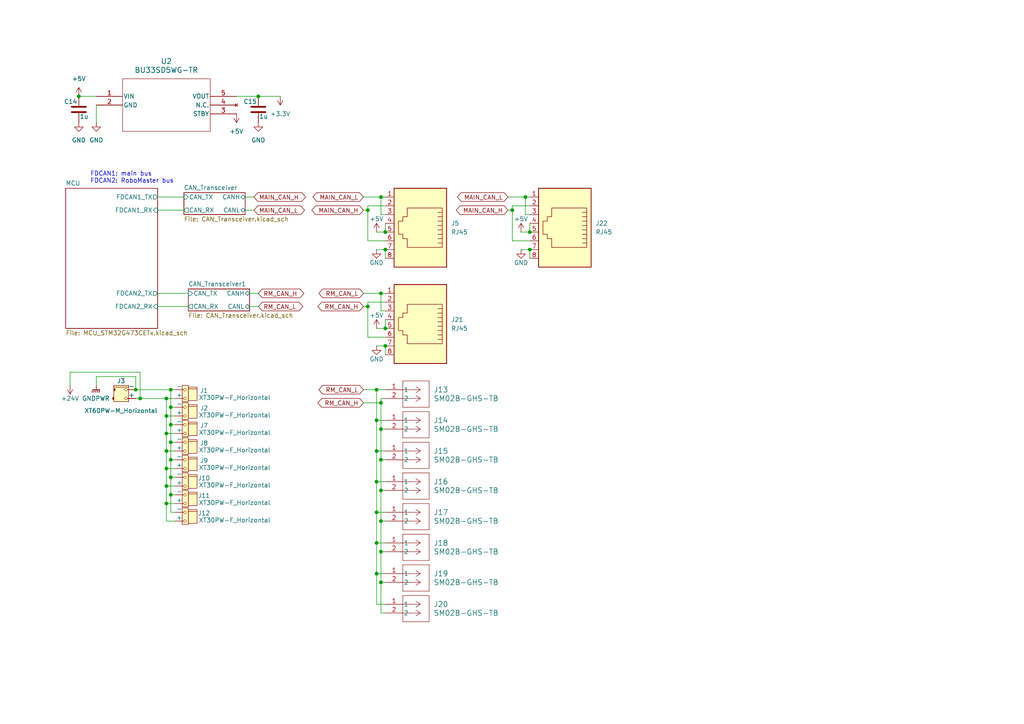
<source format=kicad_sch>
(kicad_sch (version 20250114) (generator "eeschema") (generator_version "9.0")
  (paper "A4")
  (lib_symbols
    (symbol "2025-09-24_17-07-21:BU33SD5WG-TR" (pin_names (offset 0.254))
      (property "Reference" "U" (at 20.32 10.16 0))
      (property "Value" "BU33SD5WG-TR" (at 20.32 7.62 0))
      (symbol "BU33SD5WG-TR_0_1"
        (polyline (pts (xy 7.62 5.08) (xy 7.62 -10.16)) (stroke (width 0.127)))
        (polyline (pts (xy 7.62 -10.16) (xy 33.02 -10.16)) (stroke (width 0.127)))
        (polyline (pts (xy 33.02 5.08) (xy 7.62 5.08)) (stroke (width 0.127)))
        (polyline (pts (xy 33.02 -10.16) (xy 33.02 5.08)) (stroke (width 0.127)))
        (pin unspecified line (at 0 0 0) (length 7.62) (name "VIN") (number "1"))
        (pin power_out line (at 0 -2.54 0) (length 7.62) (name "GND") (number "2"))
        (pin output line (at 40.64 0 180) (length 7.62) (name "VOUT") (number "5"))
        (pin no_connect line (at 40.64 -2.54 180) (length 7.62) (name "N.C.") (number "4"))
        (pin unspecified line (at 40.64 -5.08 180) (length 7.62) (name "STBY") (number "3"))
      )
    )
    (symbol "2025-09-24_17-23-00:SM02B-GHS-TB" (pin_names (offset 0.254))
      (property "Reference" "J" (at 8.89 6.35 0))
      (property "Value" "SM02B-GHS-TB" (at 0 0 0))
      (symbol "SM02B-GHS-TB_1_1"
        (polyline (pts (xy 5.08 2.54) (xy 5.08 -5.08)) (stroke (width 0.127)))
        (polyline (pts (xy 5.08 -5.08) (xy 12.7 -5.08)) (stroke (width 0.127)))
        (polyline (pts (xy 10.16 0) (xy 5.08 0)) (stroke (width 0.127)))
        (polyline (pts (xy 10.16 0) (xy 8.89 0.8467)) (stroke (width 0.127)))
        (polyline (pts (xy 10.16 0) (xy 8.89 -0.8467)) (stroke (width 0.127)))
        (polyline (pts (xy 10.16 -2.54) (xy 5.08 -2.54)) (stroke (width 0.127)))
        (polyline (pts (xy 10.16 -2.54) (xy 8.89 -1.6933)) (stroke (width 0.127)))
        (polyline (pts (xy 10.16 -2.54) (xy 8.89 -3.3867)) (stroke (width 0.127)))
        (polyline (pts (xy 12.7 2.54) (xy 5.08 2.54)) (stroke (width 0.127)))
        (polyline (pts (xy 12.7 -5.08) (xy 12.7 2.54)) (stroke (width 0.127)))
        (pin unspecified line (at 0 0 0) (length 5.08) (name "1") (number "1"))
        (pin unspecified line (at 0 -2.54 0) (length 5.08) (name "2") (number "2"))
      )
      (symbol "SM02B-GHS-TB_1_2"
        (polyline (pts (xy 5.08 2.54) (xy 5.08 -5.08)) (stroke (width 0.127)))
        (polyline (pts (xy 5.08 -5.08) (xy 12.7 -5.08)) (stroke (width 0.127)))
        (polyline (pts (xy 7.62 0) (xy 5.08 0)) (stroke (width 0.127)))
        (polyline (pts (xy 7.62 0) (xy 8.89 0.8467)) (stroke (width 0.127)))
        (polyline (pts (xy 7.62 0) (xy 8.89 -0.8467)) (stroke (width 0.127)))
        (polyline (pts (xy 7.62 -2.54) (xy 5.08 -2.54)) (stroke (width 0.127)))
        (polyline (pts (xy 7.62 -2.54) (xy 8.89 -1.6933)) (stroke (width 0.127)))
        (polyline (pts (xy 7.62 -2.54) (xy 8.89 -3.3867)) (stroke (width 0.127)))
        (polyline (pts (xy 12.7 2.54) (xy 5.08 2.54)) (stroke (width 0.127)))
        (polyline (pts (xy 12.7 -5.08) (xy 12.7 2.54)) (stroke (width 0.127)))
        (pin unspecified line (at 0 0 0) (length 5.08) (name "1") (number "1"))
        (pin unspecified line (at 0 -2.54 0) (length 5.08) (name "2") (number "2"))
      )
    )
    (symbol "Connector:RJ45" (pin_names (offset 1.016))
      (property "Reference" "J" (at -5.08 13.97 0))
      (property "Value" "RJ45" (at 2.54 13.97 0))
      (symbol "RJ45_0_1"
        (polyline (pts (xy -6.35 1.905) (xy -5.08 1.905) (xy -5.08 1.905)))
        (polyline (pts (xy -6.35 0.635) (xy -5.08 0.635) (xy -5.08 0.635)))
        (polyline (pts (xy -6.35 -0.635) (xy -5.08 -0.635) (xy -5.08 -0.635)))
        (polyline (pts (xy -6.35 -1.905) (xy -5.08 -1.905) (xy -5.08 -1.905)))
        (polyline (pts (xy -6.35 -3.175) (xy -5.08 -3.175) (xy -5.08 -3.175)))
        (polyline (pts (xy -6.35 -4.445) (xy -6.35 6.985) (xy 3.81 6.985) (xy 3.81 4.445) (xy 5.08 4.445) (xy 5.08 3.175) (xy 6.35 3.175) (xy 6.35 -0.635) (xy 5.08 -0.635) (xy 5.08 -1.905) (xy 3.81 -1.905) (xy 3.81 -4.445) (xy -6.35 -4.445) (xy -6.35 -4.445)))
        (polyline (pts (xy -5.08 5.715) (xy -6.35 5.715)))
        (polyline (pts (xy -5.08 4.445) (xy -6.35 4.445)))
        (polyline (pts (xy -5.08 3.175) (xy -6.35 3.175) (xy -6.35 3.175)))
        (rectangle (start 7.62 12.7) (end -7.62 -10.16) (stroke (width 0.254)) (fill (type background)))
      )
      (symbol "RJ45_1_1"
        (pin passive line (at 10.16 10.16 180) (length 2.54) (name "~") (number "8"))
        (pin passive line (at 10.16 7.62 180) (length 2.54) (name "~") (number "7"))
        (pin passive line (at 10.16 5.08 180) (length 2.54) (name "~") (number "6"))
        (pin passive line (at 10.16 2.54 180) (length 2.54) (name "~") (number "5"))
        (pin passive line (at 10.16 0 180) (length 2.54) (name "~") (number "4"))
        (pin passive line (at 10.16 -2.54 180) (length 2.54) (name "~") (number "3"))
        (pin passive line (at 10.16 -5.08 180) (length 2.54) (name "~") (number "2"))
        (pin passive line (at 10.16 -7.62 180) (length 2.54) (name "~") (number "1"))
      )
    )
    (symbol "Device:C" (pin_numbers (hide yes)) (pin_names (offset 0.254))
      (property "Reference" "C" (at 0.635 2.54 0))
      (property "Value" "C" (at 0.635 -2.54 0))
      (symbol "C_0_1"
        (polyline (pts (xy -2.032 0.762) (xy 2.032 0.762)) (stroke (width 0.508)))
        (polyline (pts (xy -2.032 -0.762) (xy 2.032 -0.762)) (stroke (width 0.508)))
      )
      (symbol "C_1_1"
        (pin passive line (at 0 3.81 270) (length 2.794) (name "~") (number "1"))
        (pin passive line (at 0 -3.81 90) (length 2.794) (name "~") (number "2"))
      )
    )
    (symbol "XT30PW-F_Horizontal_1" (pin_numbers (hide yes)) (pin_names (offset 0))
      (property "Reference" "J" (at 0 3.302 0))
      (property "Value" "XT30PW-F_Horizontal" (at 0 -3.556 0))
      (symbol "XT30PW-F_Horizontal_1_1_1"
        (rectangle (start -1.778 2.2225) (end 0 -2.5399) (stroke (width 0.1524)) (fill (type background)))
        (circle (center -0.9652 1.27) (radius 0.381) (stroke (width 0.1016)))
        (circle (center -0.9652 -1.27) (radius 0.381) (stroke (width 0.1016)))
        (rectangle (start 0 1.905) (end 2.54 -2.032) (fill (type background)))
        (polyline (pts (xy 0 -1.524) (xy 2.54 -1.524)))
        (pin power_out line (at -3.81 1.27 0) (length 2.413) (name "+") (number "1"))
        (pin power_out line (at -3.81 -1.27 0) (length 2.413) (name "-") (number "1"))
      )
    )
    (symbol "XT30PW-F_Horizontal_2" (pin_numbers (hide yes)) (pin_names (offset 0))
      (property "Reference" "J" (at 0 3.302 0))
      (property "Value" "XT30PW-F_Horizontal" (at 0 -3.556 0))
      (symbol "XT30PW-F_Horizontal_2_1_1"
        (rectangle (start -1.778 2.2225) (end 0 -2.5399) (stroke (width 0.1524)) (fill (type background)))
        (circle (center -0.9652 1.27) (radius 0.381) (stroke (width 0.1016)))
        (circle (center -0.9652 -1.27) (radius 0.381) (stroke (width 0.1016)))
        (rectangle (start 0 1.905) (end 2.54 -2.032) (fill (type background)))
        (polyline (pts (xy 0 -1.524) (xy 2.54 -1.524)))
        (pin power_out line (at -3.81 1.27 0) (length 2.413) (name "+") (number "1"))
        (pin power_out line (at -3.81 -1.27 0) (length 2.413) (name "-") (number "1"))
      )
    )
    (symbol "XT30PW-F_Horizontal_3" (pin_numbers (hide yes)) (pin_names (offset 0))
      (property "Reference" "J" (at 0 3.302 0))
      (property "Value" "XT30PW-F_Horizontal" (at 0 -3.556 0))
      (symbol "XT30PW-F_Horizontal_3_1_1"
        (rectangle (start -1.778 2.2225) (end 0 -2.5399) (stroke (width 0.1524)) (fill (type background)))
        (circle (center -0.9652 1.27) (radius 0.381) (stroke (width 0.1016)))
        (circle (center -0.9652 -1.27) (radius 0.381) (stroke (width 0.1016)))
        (rectangle (start 0 1.905) (end 2.54 -2.032) (fill (type background)))
        (polyline (pts (xy 0 -1.524) (xy 2.54 -1.524)))
        (pin power_out line (at -3.81 1.27 0) (length 2.413) (name "+") (number "1"))
        (pin power_out line (at -3.81 -1.27 0) (length 2.413) (name "-") (number "1"))
      )
    )
    (symbol "XT30PW-F_Horizontal_4" (pin_numbers (hide yes)) (pin_names (offset 0))
      (property "Reference" "J" (at 0 3.302 0))
      (property "Value" "XT30PW-F_Horizontal" (at 0 -3.556 0))
      (symbol "XT30PW-F_Horizontal_4_1_1"
        (rectangle (start -1.778 2.2225) (end 0 -2.5399) (stroke (width 0.1524)) (fill (type background)))
        (circle (center -0.9652 1.27) (radius 0.381) (stroke (width 0.1016)))
        (circle (center -0.9652 -1.27) (radius 0.381) (stroke (width 0.1016)))
        (rectangle (start 0 1.905) (end 2.54 -2.032) (fill (type background)))
        (polyline (pts (xy 0 -1.524) (xy 2.54 -1.524)))
        (pin power_out line (at -3.81 1.27 0) (length 2.413) (name "+") (number "1"))
        (pin power_out line (at -3.81 -1.27 0) (length 2.413) (name "-") (number "1"))
      )
    )
    (symbol "XT30PW-F_Horizontal_5" (pin_numbers (hide yes)) (pin_names (offset 0))
      (property "Reference" "J" (at 0 3.302 0))
      (property "Value" "XT30PW-F_Horizontal" (at 0 -3.556 0))
      (symbol "XT30PW-F_Horizontal_5_1_1"
        (rectangle (start -1.778 2.2225) (end 0 -2.5399) (stroke (width 0.1524)) (fill (type background)))
        (circle (center -0.9652 1.27) (radius 0.381) (stroke (width 0.1016)))
        (circle (center -0.9652 -1.27) (radius 0.381) (stroke (width 0.1016)))
        (rectangle (start 0 1.905) (end 2.54 -2.032) (fill (type background)))
        (polyline (pts (xy 0 -1.524) (xy 2.54 -1.524)))
        (pin power_out line (at -3.81 1.27 0) (length 2.413) (name "+") (number "1"))
        (pin power_out line (at -3.81 -1.27 0) (length 2.413) (name "-") (number "1"))
      )
    )
    (symbol "XT30PW-F_Horizontal_6" (pin_numbers (hide yes)) (pin_names (offset 0))
      (property "Reference" "J" (at 0 3.302 0))
      (property "Value" "XT30PW-F_Horizontal" (at 0 -3.556 0))
      (symbol "XT30PW-F_Horizontal_6_1_1"
        (rectangle (start -1.778 2.2225) (end 0 -2.5399) (stroke (width 0.1524)) (fill (type background)))
        (circle (center -0.9652 1.27) (radius 0.381) (stroke (width 0.1016)))
        (circle (center -0.9652 -1.27) (radius 0.381) (stroke (width 0.1016)))
        (rectangle (start 0 1.905) (end 2.54 -2.032) (fill (type background)))
        (polyline (pts (xy 0 -1.524) (xy 2.54 -1.524)))
        (pin power_out line (at -3.81 1.27 0) (length 2.413) (name "+") (number "1"))
        (pin power_out line (at -3.81 -1.27 0) (length 2.413) (name "-") (number "1"))
      )
    )
    (symbol "XT30PW-F_Horizontal_7" (pin_numbers (hide yes)) (pin_names (offset 0))
      (property "Reference" "J" (at 0 3.302 0))
      (property "Value" "XT30PW-F_Horizontal" (at 0 -3.556 0))
      (symbol "XT30PW-F_Horizontal_7_1_1"
        (rectangle (start -1.778 2.2225) (end 0 -2.5399) (stroke (width 0.1524)) (fill (type background)))
        (circle (center -0.9652 1.27) (radius 0.381) (stroke (width 0.1016)))
        (circle (center -0.9652 -1.27) (radius 0.381) (stroke (width 0.1016)))
        (rectangle (start 0 1.905) (end 2.54 -2.032) (fill (type background)))
        (polyline (pts (xy 0 -1.524) (xy 2.54 -1.524)))
        (pin power_out line (at -3.81 1.27 0) (length 2.413) (name "+") (number "1"))
        (pin power_out line (at -3.81 -1.27 0) (length 2.413) (name "-") (number "1"))
      )
    )
    (symbol "XT30PW-F_Horizontal_8" (pin_numbers (hide yes)) (pin_names (offset 0))
      (property "Reference" "J" (at 0 3.302 0))
      (property "Value" "XT30PW-F_Horizontal" (at 0 -3.556 0))
      (symbol "XT30PW-F_Horizontal_8_1_1"
        (rectangle (start -1.778 2.2225) (end 0 -2.5399) (stroke (width 0.1524)) (fill (type background)))
        (circle (center -0.9652 1.27) (radius 0.381) (stroke (width 0.1016)))
        (circle (center -0.9652 -1.27) (radius 0.381) (stroke (width 0.1016)))
        (rectangle (start 0 1.905) (end 2.54 -2.032) (fill (type background)))
        (polyline (pts (xy 0 -1.524) (xy 2.54 -1.524)))
        (pin power_out line (at -3.81 1.27 0) (length 2.413) (name "+") (number "1"))
        (pin power_out line (at -3.81 -1.27 0) (length 2.413) (name "-") (number "1"))
      )
    )
    (symbol "XT60PW-M_Horizontal_1" (pin_numbers (hide yes)) (pin_names (offset 0))
      (property "Reference" "J" (at 0 3.556 0))
      (property "Value" "XT60PW-M_Horizontal" (at 0 -3.81 0))
      (symbol "XT60PW-M_Horizontal_1_0_1"
        (polyline (pts (xy -1.778 -2.032) (xy 2.54 -2.032)))
      )
      (symbol "XT60PW-M_Horizontal_1_1_1"
        (rectangle (start -1.778 2.2225) (end 2.54 -2.5399) (stroke (width 0.1524)) (fill (type background)))
        (circle (center -0.9652 1.27) (radius 0.381) (stroke (width 0.1016)))
        (circle (center -0.9652 -1.27) (radius 0.381) (stroke (width 0.1016)))
        (arc (start 2.54 1.651) (mid 2.921 1.27) (end 2.54 0.889) (fill (type outline)))
        (arc (start 2.54 -0.889) (mid 2.54 -0.889) (end 2.54 -1.651) (fill (type outline)))
        (pin power_out line (at -3.81 1.27 0) (length 2.413) (name "+") (number "1"))
        (pin power_out line (at -3.81 -1.27 0) (length 2.413) (name "-") (number "2"))
      )
    )
    (symbol "power:+24V" (power) (pin_numbers (hide yes)) (pin_names (offset 0) (hide yes))
      (property "Value" "+24V" (at 0 3.556 0))
      (symbol "+24V_0_1"
        (polyline (pts (xy -0.762 1.27) (xy 0 2.54)))
        (polyline (pts (xy 0 2.54) (xy 0.762 1.27)))
        (polyline (pts (xy 0 0) (xy 0 2.54)))
      )
      (symbol "+24V_1_1"
        (pin power_in line (at 0 0 90) (length 0) (name "~") (number "1"))
      )
    )
    (symbol "power:+3.3V" (power) (pin_numbers (hide yes)) (pin_names (offset 0) (hide yes))
      (property "Value" "+3.3V" (at 0 3.556 0))
      (symbol "+3.3V_0_1"
        (polyline (pts (xy -0.762 1.27) (xy 0 2.54)))
        (polyline (pts (xy 0 2.54) (xy 0.762 1.27)))
        (polyline (pts (xy 0 0) (xy 0 2.54)))
      )
      (symbol "+3.3V_1_1"
        (pin power_in line (at 0 0 90) (length 0) (name "~") (number "1"))
      )
    )
    (symbol "power:+5V" (power) (pin_numbers (hide yes)) (pin_names (offset 0) (hide yes))
      (property "Value" "+5V" (at 0 3.556 0))
      (symbol "+5V_0_1"
        (polyline (pts (xy -0.762 1.27) (xy 0 2.54)))
        (polyline (pts (xy 0 2.54) (xy 0.762 1.27)))
        (polyline (pts (xy 0 0) (xy 0 2.54)))
      )
      (symbol "+5V_1_1"
        (pin power_in line (at 0 0 90) (length 0) (name "~") (number "1"))
      )
    )
    (symbol "power:GND" (power) (pin_numbers (hide yes)) (pin_names (offset 0) (hide yes))
      (property "Value" "GND" (at 0 -3.81 0))
      (symbol "GND_0_1"
        (polyline (pts (xy 0 0) (xy 0 -1.27) (xy 1.27 -1.27) (xy 0 -2.54) (xy -1.27 -1.27) (xy 0 -1.27)))
      )
      (symbol "GND_1_1"
        (pin power_in line (at 0 0 270) (length 0) (name "~") (number "1"))
      )
    )
    (symbol "power:GNDPWR" (power) (pin_numbers (hide yes)) (pin_names (offset 0) (hide yes))
      (property "Value" "GNDPWR" (at 0 -3.302 0))
      (symbol "GNDPWR_0_1"
        (polyline (pts (xy -1.016 -1.27) (xy -1.27 -2.032) (xy -1.27 -2.032)) (stroke (width 0.2032)))
        (polyline (pts (xy -0.508 -1.27) (xy -0.762 -2.032) (xy -0.762 -2.032)) (stroke (width 0.2032)))
        (polyline (pts (xy 0 -1.27) (xy 0 0)))
        (polyline (pts (xy 0 -1.27) (xy -0.254 -2.032) (xy -0.254 -2.032)) (stroke (width 0.2032)))
        (polyline (pts (xy 0.508 -1.27) (xy 0.254 -2.032) (xy 0.254 -2.032)) (stroke (width 0.2032)))
        (polyline (pts (xy 1.016 -1.27) (xy -1.016 -1.27) (xy -1.016 -1.27)) (stroke (width 0.2032)))
        (polyline (pts (xy 1.016 -1.27) (xy 0.762 -2.032) (xy 0.762 -2.032) (xy 0.762 -2.032)) (stroke (width 0.2032)))
      )
      (symbol "GNDPWR_1_1"
        (pin power_in line (at 0 0 270) (length 0) (name "~") (number "1"))
      )
    )
  )
  (text "FDCAN1: main bus\nFDCAN2: RoboMaster bus" (at 26.162 49.784 0) (effects (font (size 1.27 1.27)) (justify left top)))
  (junction (at 39.37 113.03))
  (junction (at 48.26 146.05))
  (junction (at 48.26 130.81))
  (junction (at 109.22 130.81))
  (junction (at 153.67 67.31))
  (junction (at 153.67 72.39))
  (junction (at 49.53 128.27))
  (junction (at 48.26 135.89))
  (junction (at 49.53 113.03))
  (junction (at 49.53 143.51))
  (junction (at 109.22 113.03))
  (junction (at 40.64 115.57))
  (junction (at 106.68 60.96))
  (junction (at 48.26 115.57))
  (junction (at 48.26 125.73))
  (junction (at 109.22 148.59))
  (junction (at 49.53 123.19))
  (junction (at 110.49 85.09))
  (junction (at 49.53 133.35))
  (junction (at 110.49 142.24))
  (junction (at 148.59 60.96))
  (junction (at 109.22 121.92))
  (junction (at 49.53 118.11))
  (junction (at 109.22 166.37))
  (junction (at 110.49 151.13))
  (junction (at 49.53 138.43))
  (junction (at 106.68 88.9))
  (junction (at 109.22 139.7))
  (junction (at 109.22 157.48))
  (junction (at 110.49 116.84))
  (junction (at 111.76 67.31))
  (junction (at 110.49 160.02))
  (junction (at 110.49 168.91))
  (junction (at 48.26 120.65))
  (junction (at 110.49 133.35))
  (junction (at 22.86 27.94))
  (junction (at 111.76 95.25))
  (junction (at 48.26 140.97))
  (junction (at 110.49 57.15))
  (junction (at 111.76 72.39))
  (junction (at 74.93 27.94))
  (junction (at 111.76 100.33))
  (junction (at 110.49 124.46))
  (junction (at 152.4 57.15))
  (wire (pts (xy 71.12 60.96) (xy 73.66 60.96)))
  (wire (pts (xy 50.8 120.65) (xy 48.26 120.65)))
  (wire (pts (xy 109.22 139.7) (xy 109.22 148.59)))
  (wire (pts (xy 40.64 115.57) (xy 48.26 115.57)))
  (wire (pts (xy 110.49 133.35) (xy 110.49 142.24)))
  (wire (pts (xy 109.22 148.59) (xy 111.76 148.59)))
  (wire (pts (xy 110.49 90.17) (xy 111.76 90.17)))
  (wire (pts (xy 110.49 133.35) (xy 111.76 133.35)))
  (wire (pts (xy 109.22 130.81) (xy 111.76 130.81)))
  (wire (pts (xy 105.41 85.09) (xy 110.49 85.09)))
  (wire (pts (xy 110.49 151.13) (xy 110.49 160.02)))
  (wire (pts (xy 111.76 72.39) (xy 111.76 74.93)))
  (wire (pts (xy 105.41 116.84) (xy 110.49 116.84)))
  (wire (pts (xy 50.8 143.51) (xy 49.53 143.51)))
  (wire (pts (xy 110.49 151.13) (xy 111.76 151.13)))
  (wire (pts (xy 50.8 125.73) (xy 48.26 125.73)))
  (wire (pts (xy 110.49 116.84) (xy 110.49 124.46)))
  (wire (pts (xy 49.53 138.43) (xy 49.53 143.51)))
  (wire (pts (xy 153.67 67.31) (xy 153.67 64.77)))
  (wire (pts (xy 110.49 168.91) (xy 110.49 177.8)))
  (wire (pts (xy 105.41 113.03) (xy 109.22 113.03)))
  (wire (pts (xy 106.68 60.96) (xy 106.68 69.85)))
  (wire (pts (xy 109.22 139.7) (xy 111.76 139.7)))
  (wire (pts (xy 151.13 67.31) (xy 153.67 67.31)))
  (wire (pts (xy 68.58 27.94) (xy 74.93 27.94)))
  (wire (pts (xy 111.76 124.46) (xy 110.49 124.46)))
  (wire (pts (xy 49.53 113.03) (xy 50.8 113.03)))
  (wire (pts (xy 45.72 88.9) (xy 54.61 88.9)))
  (wire (pts (xy 48.26 125.73) (xy 48.26 130.81)))
  (wire (pts (xy 50.8 138.43) (xy 49.53 138.43)))
  (wire (pts (xy 109.22 95.25) (xy 111.76 95.25)))
  (wire (pts (xy 152.4 62.23) (xy 153.67 62.23)))
  (wire (pts (xy 27.94 109.22) (xy 27.94 111.76)))
  (wire (pts (xy 45.72 85.09) (xy 54.61 85.09)))
  (wire (pts (xy 110.49 85.09) (xy 111.76 85.09)))
  (wire (pts (xy 48.26 146.05) (xy 48.26 151.13)))
  (wire (pts (xy 110.49 160.02) (xy 111.76 160.02)))
  (wire (pts (xy 110.49 57.15) (xy 111.76 57.15)))
  (wire (pts (xy 74.93 85.09) (xy 72.39 85.09)))
  (wire (pts (xy 50.8 133.35) (xy 49.53 133.35)))
  (wire (pts (xy 22.86 27.94) (xy 27.94 27.94)))
  (wire (pts (xy 106.68 69.85) (xy 111.76 69.85)))
  (wire (pts (xy 109.22 148.59) (xy 109.22 157.48)))
  (wire (pts (xy 152.4 57.15) (xy 152.4 62.23)))
  (wire (pts (xy 45.72 60.96) (xy 53.34 60.96)))
  (wire (pts (xy 39.37 113.03) (xy 39.37 109.22)))
  (wire (pts (xy 109.22 113.03) (xy 111.76 113.03)))
  (wire (pts (xy 152.4 57.15) (xy 153.67 57.15)))
  (wire (pts (xy 39.37 113.03) (xy 49.53 113.03)))
  (wire (pts (xy 110.49 142.24) (xy 111.76 142.24)))
  (wire (pts (xy 109.22 67.31) (xy 111.76 67.31)))
  (wire (pts (xy 111.76 100.33) (xy 111.76 102.87)))
  (wire (pts (xy 110.49 116.84) (xy 110.49 115.57)))
  (wire (pts (xy 48.26 115.57) (xy 50.8 115.57)))
  (wire (pts (xy 109.22 121.92) (xy 111.76 121.92)))
  (wire (pts (xy 106.68 59.69) (xy 111.76 59.69)))
  (wire (pts (xy 49.53 143.51) (xy 49.53 148.59)))
  (wire (pts (xy 151.13 72.39) (xy 153.67 72.39)))
  (wire (pts (xy 153.67 72.39) (xy 153.67 74.93)))
  (wire (pts (xy 105.41 88.9) (xy 106.68 88.9)))
  (wire (pts (xy 50.8 128.27) (xy 49.53 128.27)))
  (wire (pts (xy 147.32 60.96) (xy 148.59 60.96)))
  (wire (pts (xy 49.53 123.19) (xy 49.53 128.27)))
  (wire (pts (xy 49.53 118.11) (xy 49.53 123.19)))
  (wire (pts (xy 110.49 168.91) (xy 111.76 168.91)))
  (wire (pts (xy 74.93 27.94) (xy 81.28 27.94)))
  (wire (pts (xy 109.22 113.03) (xy 109.22 121.92)))
  (wire (pts (xy 50.8 123.19) (xy 49.53 123.19)))
  (wire (pts (xy 148.59 69.85) (xy 153.67 69.85)))
  (wire (pts (xy 40.64 115.57) (xy 39.37 115.57)))
  (wire (pts (xy 50.8 135.89) (xy 48.26 135.89)))
  (wire (pts (xy 49.53 113.03) (xy 49.53 118.11)))
  (wire (pts (xy 105.41 57.15) (xy 110.49 57.15)))
  (wire (pts (xy 110.49 160.02) (xy 110.49 168.91)))
  (wire (pts (xy 49.53 133.35) (xy 49.53 138.43)))
  (wire (pts (xy 50.8 118.11) (xy 49.53 118.11)))
  (wire (pts (xy 106.68 88.9) (xy 106.68 97.79)))
  (wire (pts (xy 109.22 121.92) (xy 109.22 130.81)))
  (wire (pts (xy 20.32 107.95) (xy 40.64 107.95)))
  (wire (pts (xy 50.8 140.97) (xy 48.26 140.97)))
  (wire (pts (xy 109.22 157.48) (xy 111.76 157.48)))
  (wire (pts (xy 48.26 135.89) (xy 48.26 140.97)))
  (wire (pts (xy 110.49 57.15) (xy 110.49 62.23)))
  (wire (pts (xy 106.68 97.79) (xy 111.76 97.79)))
  (wire (pts (xy 109.22 157.48) (xy 109.22 166.37)))
  (wire (pts (xy 20.32 111.76) (xy 20.32 107.95)))
  (wire (pts (xy 111.76 177.8) (xy 110.49 177.8)))
  (wire (pts (xy 48.26 140.97) (xy 48.26 146.05)))
  (wire (pts (xy 106.68 87.63) (xy 111.76 87.63)))
  (wire (pts (xy 111.76 175.26) (xy 109.22 175.26)))
  (wire (pts (xy 48.26 130.81) (xy 48.26 135.89)))
  (wire (pts (xy 110.49 115.57) (xy 111.76 115.57)))
  (wire (pts (xy 74.93 88.9) (xy 72.39 88.9)))
  (wire (pts (xy 109.22 166.37) (xy 109.22 175.26)))
  (wire (pts (xy 109.22 100.33) (xy 111.76 100.33)))
  (wire (pts (xy 50.8 148.59) (xy 49.53 148.59)))
  (wire (pts (xy 111.76 95.25) (xy 111.76 92.71)))
  (wire (pts (xy 110.49 85.09) (xy 110.49 90.17)))
  (wire (pts (xy 45.72 57.15) (xy 53.34 57.15)))
  (wire (pts (xy 109.22 130.81) (xy 109.22 139.7)))
  (wire (pts (xy 111.76 67.31) (xy 111.76 64.77)))
  (wire (pts (xy 27.94 30.48) (xy 27.94 35.56)))
  (wire (pts (xy 40.64 107.95) (xy 40.64 115.57)))
  (wire (pts (xy 109.22 72.39) (xy 111.76 72.39)))
  (wire (pts (xy 110.49 124.46) (xy 110.49 133.35)))
  (wire (pts (xy 105.41 60.96) (xy 106.68 60.96)))
  (wire (pts (xy 49.53 128.27) (xy 49.53 133.35)))
  (wire (pts (xy 106.68 88.9) (xy 106.68 87.63)))
  (wire (pts (xy 50.8 151.13) (xy 48.26 151.13)))
  (wire (pts (xy 71.12 57.15) (xy 73.66 57.15)))
  (wire (pts (xy 110.49 142.24) (xy 110.49 151.13)))
  (wire (pts (xy 110.49 62.23) (xy 111.76 62.23)))
  (wire (pts (xy 148.59 59.69) (xy 153.67 59.69)))
  (wire (pts (xy 106.68 60.96) (xy 106.68 59.69)))
  (wire (pts (xy 109.22 166.37) (xy 111.76 166.37)))
  (wire (pts (xy 50.8 130.81) (xy 48.26 130.81)))
  (wire (pts (xy 48.26 120.65) (xy 48.26 125.73)))
  (wire (pts (xy 50.8 146.05) (xy 48.26 146.05)))
  (wire (pts (xy 48.26 115.57) (xy 48.26 120.65)))
  (wire (pts (xy 148.59 60.96) (xy 148.59 59.69)))
  (wire (pts (xy 39.37 109.22) (xy 27.94 109.22)))
  (wire (pts (xy 147.32 57.15) (xy 152.4 57.15)))
  (wire (pts (xy 148.59 60.96) (xy 148.59 69.85)))
  (global_label "RM_CAN_L" (shape bidirectional) (at 105.41 85.09 180) (property "Intersheetrefs" "${INTERSHEET_REFS}" (effects (hide yes))))
  (global_label "MAIN_CAN_H" (shape bidirectional) (at 147.32 60.96 180) (property "Intersheetrefs" "${INTERSHEET_REFS}" (effects (hide yes))))
  (global_label "MAIN_CAN_L" (shape bidirectional) (at 147.32 57.15 180) (property "Intersheetrefs" "${INTERSHEET_REFS}" (effects (hide yes))))
  (global_label "MAIN_CAN_L" (shape bidirectional) (at 73.66 60.96 0) (property "Intersheetrefs" "${INTERSHEET_REFS}" (effects (hide yes))))
  (global_label "MAIN_CAN_H" (shape bidirectional) (at 73.66 57.15 0) (property "Intersheetrefs" "${INTERSHEET_REFS}" (effects (hide yes))))
  (global_label "MAIN_CAN_L" (shape bidirectional) (at 105.41 57.15 180) (property "Intersheetrefs" "${INTERSHEET_REFS}" (effects (hide yes))))
  (global_label "MAIN_CAN_H" (shape bidirectional) (at 105.41 60.96 180) (property "Intersheetrefs" "${INTERSHEET_REFS}" (effects (hide yes))))
  (global_label "RM_CAN_H" (shape bidirectional) (at 105.41 116.84 180) (property "Intersheetrefs" "${INTERSHEET_REFS}" (effects (hide yes))))
  (global_label "RM_CAN_H" (shape bidirectional) (at 105.41 88.9 180) (property "Intersheetrefs" "${INTERSHEET_REFS}" (effects (hide yes))))
  (global_label "RM_CAN_L" (shape bidirectional) (at 105.41 113.03 180) (property "Intersheetrefs" "${INTERSHEET_REFS}" (effects (hide yes))))
  (global_label "RM_CAN_H" (shape bidirectional) (at 74.93 85.09 0) (property "Intersheetrefs" "${INTERSHEET_REFS}" (effects (hide yes))))
  (global_label "RM_CAN_L" (shape bidirectional) (at 74.93 88.9 0) (property "Intersheetrefs" "${INTERSHEET_REFS}" (effects (hide yes))))
  (symbol (lib_id "2025-09-24_17-23-00:SM02B-GHS-TB") (at 111.76 148.59 0) (unit 1)
    (property "Reference" "J17" (at 125.73 148.5899 0) (effects (font (size 1.524 1.524)) (justify left)))
    (property "Value" "SM02B-GHS-TB" (at 125.73 151.1299 0) (effects (font (size 1.524 1.524)) (justify left)))
    (property "Footprint" "Connector_JST:JST_GH_SM02B-GHS-TB_1x02-1MP_P1.25mm_Horizontal" (effects (hide yes)))
    (property "Datasheet" "SM02B-GHS-TB" (effects (hide yes)))
  )
  (symbol (lib_name "XT30PW-F_Horizontal_1") (lib_id "y-robo:XT30PW-F_Horizontal") (at 54.61 119.38 0) (mirror x) (unit 1)
    (property "Reference" "J2" (at 59.182 118.364 0))
    (property "Value" "XT30PW-F_Horizontal" (at 68.072 120.396 0))
    (property "Footprint" "Connector_AMASS:AMASS_XT30PW-F_1x02_P2.50mm_Horizontal" (effects (hide yes)))
  )
  (symbol (lib_name "XT30PW-F_Horizontal_6") (lib_id "y-robo:XT30PW-F_Horizontal") (at 54.61 114.3 0) (mirror x) (unit 1)
    (property "Reference" "J1" (at 59.182 113.284 0))
    (property "Value" "XT30PW-F_Horizontal" (at 68.072 115.316 0))
    (property "Footprint" "Connector_AMASS:AMASS_XT30PW-F_1x02_P2.50mm_Horizontal" (effects (hide yes)))
  )
  (symbol (lib_id "2025-09-24_17-23-00:SM02B-GHS-TB") (at 111.76 166.37 0) (unit 1)
    (property "Reference" "J19" (at 125.73 166.3699 0) (effects (font (size 1.524 1.524)) (justify left)))
    (property "Value" "SM02B-GHS-TB" (at 125.73 168.9099 0) (effects (font (size 1.524 1.524)) (justify left)))
    (property "Footprint" "Connector_JST:JST_GH_SM02B-GHS-TB_1x02-1MP_P1.25mm_Horizontal" (effects (hide yes)))
    (property "Datasheet" "SM02B-GHS-TB" (effects (hide yes)))
  )
  (symbol (lib_id "power:GND") (at 74.93 35.56 0) (unit 1)
    (property "Reference" "#PWR032" (effects (hide yes)))
    (property "Value" "GND" (at 74.93 40.64 0))
    (property "Description" "Power symbol creates a global label with name \"GND\" , ground" (effects (hide yes)))
  )
  (symbol (lib_id "power:+5V") (at 151.13 67.31 0) (unit 1)
    (property "Reference" "#PWR035" (effects (hide yes)))
    (property "Value" "+5V" (at 151.13 63.5 0))
    (property "Description" "Power symbol creates a global label with name \"+5V\"" (effects (hide yes)))
  )
  (symbol (lib_id "power:GND") (at 109.22 100.33 0) (unit 1)
    (property "Reference" "#PWR034" (effects (hide yes)))
    (property "Value" "GND" (at 109.22 104.14 0))
    (property "Description" "Power symbol creates a global label with name \"GND\" , ground" (effects (hide yes)))
  )
  (symbol (lib_id "power:+5V") (at 109.22 67.31 0) (unit 1)
    (property "Reference" "#PWR03" (effects (hide yes)))
    (property "Value" "+5V" (at 109.22 63.5 0))
    (property "Description" "Power symbol creates a global label with name \"+5V\"" (effects (hide yes)))
  )
  (symbol (lib_id "2025-09-24_17-23-00:SM02B-GHS-TB") (at 111.76 130.81 0) (unit 1)
    (property "Reference" "J15" (at 125.73 130.8099 0) (effects (font (size 1.524 1.524)) (justify left)))
    (property "Value" "SM02B-GHS-TB" (at 125.73 133.3499 0) (effects (font (size 1.524 1.524)) (justify left)))
    (property "Footprint" "Connector_JST:JST_GH_SM02B-GHS-TB_1x02-1MP_P1.25mm_Horizontal" (effects (hide yes)))
    (property "Datasheet" "SM02B-GHS-TB" (effects (hide yes)))
  )
  (symbol (lib_id "power:GND") (at 27.94 35.56 0) (unit 1)
    (property "Reference" "#PWR029" (effects (hide yes)))
    (property "Value" "GND" (at 27.94 40.64 0))
    (property "Description" "Power symbol creates a global label with name \"GND\" , ground" (effects (hide yes)))
  )
  (symbol (lib_id "power:+5V") (at 109.22 95.25 0) (unit 1)
    (property "Reference" "#PWR033" (effects (hide yes)))
    (property "Value" "+5V" (at 109.22 91.44 0))
    (property "Description" "Power symbol creates a global label with name \"+5V\"" (effects (hide yes)))
  )
  (symbol (lib_id "Connector:RJ45") (at 121.92 92.71 180) (unit 1)
    (property "Reference" "J21" (at 130.81 92.7099 0) (effects (justify right)))
    (property "Value" "RJ45" (at 130.81 95.2499 0) (effects (justify right)))
    (property "Description" "RJ connector, 8P8C (8 positions 8 connected)" (effects (hide yes)))
  )
  (symbol (lib_name "XT30PW-F_Horizontal_2") (lib_id "y-robo:XT30PW-F_Horizontal") (at 54.61 124.46 0) (mirror x) (unit 1)
    (property "Reference" "J7" (at 59.182 123.444 0))
    (property "Value" "XT30PW-F_Horizontal" (at 68.072 125.476 0))
    (property "Footprint" "Connector_AMASS:AMASS_XT30PW-F_1x02_P2.50mm_Horizontal" (effects (hide yes)))
  )
  (symbol (lib_name "XT30PW-F_Horizontal_8") (lib_id "y-robo:XT30PW-F_Horizontal") (at 54.61 149.86 0) (mirror x) (unit 1)
    (property "Reference" "J12" (at 59.182 148.844 0))
    (property "Value" "XT30PW-F_Horizontal" (at 68.072 150.876 0))
    (property "Footprint" "Connector_AMASS:AMASS_XT30PW-F_1x02_P2.50mm_Horizontal" (effects (hide yes)))
  )
  (symbol (lib_name "XT30PW-F_Horizontal_4") (lib_id "y-robo:XT30PW-F_Horizontal") (at 54.61 134.62 0) (mirror x) (unit 1)
    (property "Reference" "J9" (at 59.182 133.604 0))
    (property "Value" "XT30PW-F_Horizontal" (at 68.072 135.636 0))
    (property "Footprint" "Connector_AMASS:AMASS_XT30PW-F_1x02_P2.50mm_Horizontal" (effects (hide yes)))
  )
  (symbol (lib_name "XT30PW-F_Horizontal_5") (lib_id "y-robo:XT30PW-F_Horizontal") (at 54.61 139.7 0) (mirror x) (unit 1)
    (property "Reference" "J10" (at 59.182 138.684 0))
    (property "Value" "XT30PW-F_Horizontal" (at 68.072 140.716 0))
    (property "Footprint" "Connector_AMASS:AMASS_XT30PW-F_1x02_P2.50mm_Horizontal" (effects (hide yes)))
  )
  (symbol (lib_id "power:+3.3V") (at 81.28 27.94 180) (unit 1)
    (property "Reference" "#PWR030" (effects (hide yes)))
    (property "Value" "+3.3V" (at 81.28 33.02 0))
    (property "Description" "Power symbol creates a global label with name \"+3.3V\"" (effects (hide yes)))
  )
  (symbol (lib_id "power:+5V") (at 22.86 27.94 0) (unit 1)
    (property "Reference" "#PWR027" (effects (hide yes)))
    (property "Value" "+5V" (at 22.86 22.86 0))
    (property "Description" "Power symbol creates a global label with name \"+5V\"" (effects (hide yes)))
  )
  (symbol (lib_id "2025-09-24_17-23-00:SM02B-GHS-TB") (at 111.76 175.26 0) (unit 1)
    (property "Reference" "J20" (at 125.73 175.2599 0) (effects (font (size 1.524 1.524)) (justify left)))
    (property "Value" "SM02B-GHS-TB" (at 125.73 177.7999 0) (effects (font (size 1.524 1.524)) (justify left)))
    (property "Footprint" "Connector_JST:JST_GH_SM02B-GHS-TB_1x02-1MP_P1.25mm_Horizontal" (effects (hide yes)))
    (property "Datasheet" "SM02B-GHS-TB" (effects (hide yes)))
  )
  (symbol (lib_id "Device:C") (at 74.93 31.75 0) (unit 1)
    (property "Reference" "C15" (at 70.612 29.464 0) (effects (justify left)))
    (property "Value" "1u" (at 75.184 33.782 0) (effects (justify left)))
    (property "Description" "Unpolarized capacitor" (effects (hide yes)))
  )
  (symbol (lib_id "2025-09-24_17-23-00:SM02B-GHS-TB") (at 111.76 139.7 0) (unit 1)
    (property "Reference" "J16" (at 125.73 139.6999 0) (effects (font (size 1.524 1.524)) (justify left)))
    (property "Value" "SM02B-GHS-TB" (at 125.73 142.2399 0) (effects (font (size 1.524 1.524)) (justify left)))
    (property "Footprint" "Connector_JST:JST_GH_SM02B-GHS-TB_1x02-1MP_P1.25mm_Horizontal" (effects (hide yes)))
    (property "Datasheet" "SM02B-GHS-TB" (effects (hide yes)))
  )
  (symbol (lib_name "XT30PW-F_Horizontal_7") (lib_id "y-robo:XT30PW-F_Horizontal") (at 54.61 144.78 0) (mirror x) (unit 1)
    (property "Reference" "J11" (at 59.182 143.764 0))
    (property "Value" "XT30PW-F_Horizontal" (at 68.072 145.796 0))
    (property "Footprint" "Connector_AMASS:AMASS_XT30PW-F_1x02_P2.50mm_Horizontal" (effects (hide yes)))
  )
  (symbol (lib_name "XT30PW-F_Horizontal_3") (lib_id "y-robo:XT30PW-F_Horizontal") (at 54.61 129.54 0) (mirror x) (unit 1)
    (property "Reference" "J8" (at 59.182 128.524 0))
    (property "Value" "XT30PW-F_Horizontal" (at 68.072 130.556 0))
    (property "Footprint" "Connector_AMASS:AMASS_XT30PW-F_1x02_P2.50mm_Horizontal" (effects (hide yes)))
  )
  (symbol (lib_id "power:GND") (at 22.86 35.56 0) (unit 1)
    (property "Reference" "#PWR028" (effects (hide yes)))
    (property "Value" "GND" (at 22.86 40.64 0))
    (property "Description" "Power symbol creates a global label with name \"GND\" , ground" (effects (hide yes)))
  )
  (symbol (lib_id "Connector:RJ45") (at 121.92 64.77 180) (unit 1)
    (property "Reference" "J5" (at 130.81 64.7699 0) (effects (justify right)))
    (property "Value" "RJ45" (at 130.81 67.3099 0) (effects (justify right)))
    (property "Description" "RJ connector, 8P8C (8 positions 8 connected)" (effects (hide yes)))
  )
  (symbol (lib_id "power:GND") (at 151.13 72.39 0) (unit 1)
    (property "Reference" "#PWR036" (effects (hide yes)))
    (property "Value" "GND" (at 151.13 76.2 0))
    (property "Description" "Power symbol creates a global label with name \"GND\" , ground" (effects (hide yes)))
  )
  (symbol (lib_id "power:GNDPWR") (at 27.94 111.76 0) (unit 1)
    (property "Reference" "#PWR026" (effects (hide yes)))
    (property "Value" "GNDPWR" (at 27.813 115.57 0))
    (property "Description" "Power symbol creates a global label with name \"GNDPWR\" , global ground" (effects (hide yes)))
  )
  (symbol (lib_id "2025-09-24_17-23-00:SM02B-GHS-TB") (at 111.76 113.03 0) (unit 1)
    (property "Reference" "J13" (at 125.73 113.0299 0) (effects (font (size 1.524 1.524)) (justify left)))
    (property "Value" "SM02B-GHS-TB" (at 125.73 115.5699 0) (effects (font (size 1.524 1.524)) (justify left)))
    (property "Footprint" "Connector_JST:JST_GH_SM02B-GHS-TB_1x02-1MP_P1.25mm_Horizontal" (effects (hide yes)))
    (property "Datasheet" "SM02B-GHS-TB" (effects (hide yes)))
  )
  (symbol (lib_id "Device:C") (at 22.86 31.75 0) (unit 1)
    (property "Reference" "C14" (at 18.542 29.464 0) (effects (justify left)))
    (property "Value" "1u" (at 23.114 33.782 0) (effects (justify left)))
    (property "Description" "Unpolarized capacitor" (effects (hide yes)))
  )
  (symbol (lib_id "power:+5V") (at 68.58 33.02 180) (unit 1)
    (property "Reference" "#PWR031" (effects (hide yes)))
    (property "Value" "+5V" (at 68.58 38.1 0))
    (property "Description" "Power symbol creates a global label with name \"+5V\"" (effects (hide yes)))
  )
  (symbol (lib_id "2025-09-24_17-23-00:SM02B-GHS-TB") (at 111.76 121.92 0) (unit 1)
    (property "Reference" "J14" (at 125.73 121.9199 0) (effects (font (size 1.524 1.524)) (justify left)))
    (property "Value" "SM02B-GHS-TB" (at 125.73 124.4599 0) (effects (font (size 1.524 1.524)) (justify left)))
    (property "Footprint" "Connector_JST:JST_GH_SM02B-GHS-TB_1x02-1MP_P1.25mm_Horizontal" (effects (hide yes)))
    (property "Datasheet" "SM02B-GHS-TB" (effects (hide yes)))
  )
  (symbol (lib_id "2025-09-24_17-07-21:BU33SD5WG-TR") (at 27.94 27.94 0) (unit 1)
    (property "Reference" "U2" (at 48.26 17.78 0) (effects (font (size 1.524 1.524))))
    (property "Value" "BU33SD5WG-TR" (at 48.26 20.32 0) (effects (font (size 1.524 1.524))))
    (property "Footprint" "SSOP5_ROM" (effects (hide yes)))
    (property "Datasheet" "BU33SD5WG-TR" (effects (hide yes)))
  )
  (symbol (lib_id "Connector:RJ45") (at 163.83 64.77 180) (unit 1)
    (property "Reference" "J22" (at 172.72 64.7699 0) (effects (justify right)))
    (property "Value" "RJ45" (at 172.72 67.3099 0) (effects (justify right)))
    (property "Description" "RJ connector, 8P8C (8 positions 8 connected)" (effects (hide yes)))
  )
  (symbol (lib_name "XT60PW-M_Horizontal_1") (lib_id "y-robo:XT60PW-M_Horizontal") (at 35.56 114.3 180) (unit 1)
    (property "Reference" "J3" (at 36.322 110.49 0) (effects (justify left)))
    (property "Value" "XT60PW-M_Horizontal" (at 45.72 119.126 0) (effects (justify left)))
    (property "Footprint" "Connector_AMASS:AMASS_XT60PW-M_1x02_P7.20mm_Horizontal" (effects (hide yes)))
  )
  (symbol (lib_id "power:GND") (at 109.22 72.39 0) (unit 1)
    (property "Reference" "#PWR04" (effects (hide yes)))
    (property "Value" "GND" (at 109.22 76.2 0))
    (property "Description" "Power symbol creates a global label with name \"GND\" , ground" (effects (hide yes)))
  )
  (symbol (lib_id "2025-09-24_17-23-00:SM02B-GHS-TB") (at 111.76 157.48 0) (unit 1)
    (property "Reference" "J18" (at 125.73 157.4799 0) (effects (font (size 1.524 1.524)) (justify left)))
    (property "Value" "SM02B-GHS-TB" (at 125.73 160.0199 0) (effects (font (size 1.524 1.524)) (justify left)))
    (property "Footprint" "Connector_JST:JST_GH_SM02B-GHS-TB_1x02-1MP_P1.25mm_Horizontal" (effects (hide yes)))
    (property "Datasheet" "SM02B-GHS-TB" (effects (hide yes)))
  )
  (symbol (lib_id "power:+24V") (at 20.32 111.76 180) (unit 1)
    (property "Reference" "#PWR025" (effects (hide yes)))
    (property "Value" "+24V" (at 20.32 115.57 0))
    (property "Description" "Power symbol creates a global label with name \"+24V\"" (effects (hide yes)))
  )
  (sheet (at 19.05 54.61) (size 26.67 40.64) (stroke (width 0.1524))
    (property "Sheetname" "MCU" (at 19.05 53.8984 0) (effects (justify left bottom)))
    (property "Sheetfile" "MCU_STM32G473CETx.kicad_sch" (at 19.05 95.8346 0) (effects (justify left top)))
    (pin "FDCAN1_RX" input (at 45.72 60.96 0))
    (pin "FDCAN1_TX" output (at 45.72 57.15 0))
    (pin "FDCAN2_RX" input (at 45.72 88.9 0))
    (pin "FDCAN2_TX" output (at 45.72 85.09 0))
  )
  (sheet (at 53.34 55.88) (size 17.78 6.35) (stroke (width 0.1524))
    (property "Sheetname" "CAN_Transceiver" (at 53.34 55.1684 0) (effects (justify left bottom)))
    (property "Sheetfile" "CAN_Transceiver.kicad_sch" (at 53.34 62.8146 0) (effects (justify left top)))
    (pin "CANH" bidirectional (at 71.12 57.15 0))
    (pin "CANL" bidirectional (at 71.12 60.96 0))
    (pin "CAN_TX" input (at 53.34 57.15 180))
    (pin "CAN_RX" output (at 53.34 60.96 180))
  )
  (sheet (at 54.61 83.82) (size 17.78 6.35) (stroke (width 0.1524))
    (property "Sheetname" "CAN_Transceiver1" (at 54.61 83.1084 0) (effects (justify left bottom)))
    (property "Sheetfile" "CAN_Transceiver.kicad_sch" (at 54.61 90.7546 0) (effects (justify left top)))
    (pin "CANH" bidirectional (at 72.39 85.09 0))
    (pin "CANL" bidirectional (at 72.39 88.9 0))
    (pin "CAN_TX" input (at 54.61 85.09 180))
    (pin "CAN_RX" output (at 54.61 88.9 180))
  )
)
</source>
